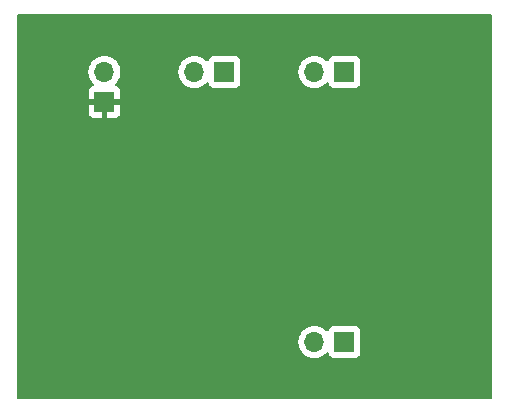
<source format=gbr>
%TF.GenerationSoftware,KiCad,Pcbnew,7.0.7*%
%TF.CreationDate,2023-09-26T16:23:54+08:00*%
%TF.ProjectId,led,6c65642e-6b69-4636-9164-5f7063625858,rev?*%
%TF.SameCoordinates,Original*%
%TF.FileFunction,Copper,L2,Bot*%
%TF.FilePolarity,Positive*%
%FSLAX46Y46*%
G04 Gerber Fmt 4.6, Leading zero omitted, Abs format (unit mm)*
G04 Created by KiCad (PCBNEW 7.0.7) date 2023-09-26 16:23:54*
%MOMM*%
%LPD*%
G01*
G04 APERTURE LIST*
%TA.AperFunction,ComponentPad*%
%ADD10R,1.700000X1.700000*%
%TD*%
%TA.AperFunction,ComponentPad*%
%ADD11O,1.700000X1.700000*%
%TD*%
%TA.AperFunction,ViaPad*%
%ADD12C,0.800000*%
%TD*%
G04 APERTURE END LIST*
D10*
%TO.P,J3,1,Pin_1*%
%TO.N,Net-(D1-A)*%
X53340000Y-30480000D03*
D11*
%TO.P,J3,2,Pin_2*%
%TO.N,Net-(J2-Pin_1)*%
X50800000Y-30480000D03*
%TD*%
D10*
%TO.P,J1,1,Pin_1*%
%TO.N,GND*%
X33020000Y-33020000D03*
D11*
%TO.P,J1,2,Pin_2*%
%TO.N,VBUS*%
X33020000Y-30480000D03*
%TD*%
D10*
%TO.P,J2,1,Pin_1*%
%TO.N,Net-(J2-Pin_1)*%
X43180000Y-30480000D03*
D11*
%TO.P,J2,2,Pin_2*%
%TO.N,VBUS*%
X40640000Y-30480000D03*
%TD*%
D10*
%TO.P,J4,1,Pin_1*%
%TO.N,Net-(J4-Pin_1)*%
X53340000Y-53340000D03*
D11*
%TO.P,J4,2,Pin_2*%
%TO.N,Net-(J4-Pin_2)*%
X50800000Y-53340000D03*
%TD*%
D12*
%TO.N,GND*%
X37147500Y-45085000D03*
X47942500Y-34925000D03*
X50800000Y-34925000D03*
X44767500Y-34925000D03*
X36512500Y-38735000D03*
X37147500Y-42227500D03*
%TD*%
%TA.AperFunction,Conductor*%
%TO.N,GND*%
G36*
X65782539Y-25620185D02*
G01*
X65828294Y-25672989D01*
X65839500Y-25724500D01*
X65839500Y-58095500D01*
X65819815Y-58162539D01*
X65767011Y-58208294D01*
X65715500Y-58219500D01*
X25724500Y-58219500D01*
X25657461Y-58199815D01*
X25611706Y-58147011D01*
X25600500Y-58095500D01*
X25600500Y-53340000D01*
X49444341Y-53340000D01*
X49464936Y-53575403D01*
X49464938Y-53575413D01*
X49526094Y-53803655D01*
X49526096Y-53803659D01*
X49526097Y-53803663D01*
X49610499Y-53984663D01*
X49625965Y-54017830D01*
X49625967Y-54017834D01*
X49734281Y-54172521D01*
X49761505Y-54211401D01*
X49928599Y-54378495D01*
X50025384Y-54446264D01*
X50122165Y-54514032D01*
X50122167Y-54514033D01*
X50122170Y-54514035D01*
X50336337Y-54613903D01*
X50564592Y-54675063D01*
X50741034Y-54690500D01*
X50799999Y-54695659D01*
X50800000Y-54695659D01*
X50800001Y-54695659D01*
X50858966Y-54690500D01*
X51035408Y-54675063D01*
X51263663Y-54613903D01*
X51477830Y-54514035D01*
X51671401Y-54378495D01*
X51793329Y-54256566D01*
X51854648Y-54223084D01*
X51924340Y-54228068D01*
X51980274Y-54269939D01*
X51997189Y-54300917D01*
X52046202Y-54432328D01*
X52046206Y-54432335D01*
X52132452Y-54547544D01*
X52132455Y-54547547D01*
X52247664Y-54633793D01*
X52247671Y-54633797D01*
X52382517Y-54684091D01*
X52382516Y-54684091D01*
X52389444Y-54684835D01*
X52442127Y-54690500D01*
X54237872Y-54690499D01*
X54297483Y-54684091D01*
X54432331Y-54633796D01*
X54547546Y-54547546D01*
X54633796Y-54432331D01*
X54684091Y-54297483D01*
X54690500Y-54237873D01*
X54690499Y-52442128D01*
X54684091Y-52382517D01*
X54682810Y-52379083D01*
X54633797Y-52247671D01*
X54633793Y-52247664D01*
X54547547Y-52132455D01*
X54547544Y-52132452D01*
X54432335Y-52046206D01*
X54432328Y-52046202D01*
X54297482Y-51995908D01*
X54297483Y-51995908D01*
X54237883Y-51989501D01*
X54237881Y-51989500D01*
X54237873Y-51989500D01*
X54237864Y-51989500D01*
X52442129Y-51989500D01*
X52442123Y-51989501D01*
X52382516Y-51995908D01*
X52247671Y-52046202D01*
X52247664Y-52046206D01*
X52132455Y-52132452D01*
X52132452Y-52132455D01*
X52046206Y-52247664D01*
X52046203Y-52247669D01*
X51997189Y-52379083D01*
X51955317Y-52435016D01*
X51889853Y-52459433D01*
X51821580Y-52444581D01*
X51793326Y-52423430D01*
X51671402Y-52301506D01*
X51671395Y-52301501D01*
X51477834Y-52165967D01*
X51477830Y-52165965D01*
X51477828Y-52165964D01*
X51263663Y-52066097D01*
X51263659Y-52066096D01*
X51263655Y-52066094D01*
X51035413Y-52004938D01*
X51035403Y-52004936D01*
X50800001Y-51984341D01*
X50799999Y-51984341D01*
X50564596Y-52004936D01*
X50564586Y-52004938D01*
X50336344Y-52066094D01*
X50336335Y-52066098D01*
X50122171Y-52165964D01*
X50122169Y-52165965D01*
X49928597Y-52301505D01*
X49761505Y-52468597D01*
X49625965Y-52662169D01*
X49625964Y-52662171D01*
X49526098Y-52876335D01*
X49526094Y-52876344D01*
X49464938Y-53104586D01*
X49464936Y-53104596D01*
X49444341Y-53339999D01*
X49444341Y-53340000D01*
X25600500Y-53340000D01*
X25600500Y-30480000D01*
X31664341Y-30480000D01*
X31684936Y-30715403D01*
X31684938Y-30715413D01*
X31746094Y-30943655D01*
X31746096Y-30943659D01*
X31746097Y-30943663D01*
X31830499Y-31124663D01*
X31845965Y-31157830D01*
X31845967Y-31157834D01*
X31954281Y-31312521D01*
X31981501Y-31351396D01*
X31981506Y-31351402D01*
X32103818Y-31473714D01*
X32137303Y-31535037D01*
X32132319Y-31604729D01*
X32090447Y-31660662D01*
X32059471Y-31677577D01*
X31927912Y-31726646D01*
X31927906Y-31726649D01*
X31812812Y-31812809D01*
X31812809Y-31812812D01*
X31726649Y-31927906D01*
X31726645Y-31927913D01*
X31676403Y-32062620D01*
X31676401Y-32062627D01*
X31670000Y-32122155D01*
X31670000Y-32770000D01*
X32406653Y-32770000D01*
X32473692Y-32789685D01*
X32519447Y-32842489D01*
X32529391Y-32911647D01*
X32525631Y-32928933D01*
X32520000Y-32948111D01*
X32520000Y-33091888D01*
X32525631Y-33111067D01*
X32525630Y-33180936D01*
X32487855Y-33239714D01*
X32424299Y-33268738D01*
X32406653Y-33270000D01*
X31670000Y-33270000D01*
X31670000Y-33917844D01*
X31676401Y-33977372D01*
X31676403Y-33977379D01*
X31726645Y-34112086D01*
X31726649Y-34112093D01*
X31812809Y-34227187D01*
X31812812Y-34227190D01*
X31927906Y-34313350D01*
X31927913Y-34313354D01*
X32062620Y-34363596D01*
X32062627Y-34363598D01*
X32122155Y-34369999D01*
X32122172Y-34370000D01*
X32770000Y-34370000D01*
X32770000Y-33632301D01*
X32789685Y-33565262D01*
X32842489Y-33519507D01*
X32911647Y-33509563D01*
X32984237Y-33520000D01*
X32984238Y-33520000D01*
X33055762Y-33520000D01*
X33055763Y-33520000D01*
X33128353Y-33509563D01*
X33197512Y-33519507D01*
X33250315Y-33565262D01*
X33270000Y-33632301D01*
X33270000Y-34370000D01*
X33917828Y-34370000D01*
X33917844Y-34369999D01*
X33977372Y-34363598D01*
X33977379Y-34363596D01*
X34112086Y-34313354D01*
X34112093Y-34313350D01*
X34227187Y-34227190D01*
X34227190Y-34227187D01*
X34313350Y-34112093D01*
X34313354Y-34112086D01*
X34363596Y-33977379D01*
X34363598Y-33977372D01*
X34369999Y-33917844D01*
X34370000Y-33917827D01*
X34370000Y-33270000D01*
X33633347Y-33270000D01*
X33566308Y-33250315D01*
X33520553Y-33197511D01*
X33510609Y-33128353D01*
X33514369Y-33111067D01*
X33520000Y-33091888D01*
X33520000Y-32948111D01*
X33514369Y-32928933D01*
X33514370Y-32859064D01*
X33552145Y-32800286D01*
X33615701Y-32771262D01*
X33633347Y-32770000D01*
X34370000Y-32770000D01*
X34370000Y-32122172D01*
X34369999Y-32122155D01*
X34363598Y-32062627D01*
X34363596Y-32062620D01*
X34313354Y-31927913D01*
X34313350Y-31927906D01*
X34227190Y-31812812D01*
X34227187Y-31812809D01*
X34112093Y-31726649D01*
X34112088Y-31726646D01*
X33980528Y-31677577D01*
X33924595Y-31635705D01*
X33900178Y-31570241D01*
X33915030Y-31501968D01*
X33936175Y-31473720D01*
X34058495Y-31351401D01*
X34194035Y-31157830D01*
X34293903Y-30943663D01*
X34355063Y-30715408D01*
X34375659Y-30480000D01*
X39284341Y-30480000D01*
X39304936Y-30715403D01*
X39304938Y-30715413D01*
X39366094Y-30943655D01*
X39366096Y-30943659D01*
X39366097Y-30943663D01*
X39450499Y-31124663D01*
X39465965Y-31157830D01*
X39465967Y-31157834D01*
X39574281Y-31312521D01*
X39601505Y-31351401D01*
X39768599Y-31518495D01*
X39865384Y-31586265D01*
X39962165Y-31654032D01*
X39962167Y-31654033D01*
X39962170Y-31654035D01*
X40176337Y-31753903D01*
X40404592Y-31815063D01*
X40581034Y-31830500D01*
X40639999Y-31835659D01*
X40640000Y-31835659D01*
X40640001Y-31835659D01*
X40698966Y-31830500D01*
X40875408Y-31815063D01*
X41103663Y-31753903D01*
X41317830Y-31654035D01*
X41511401Y-31518495D01*
X41633329Y-31396566D01*
X41694648Y-31363084D01*
X41764340Y-31368068D01*
X41820274Y-31409939D01*
X41837189Y-31440917D01*
X41886202Y-31572328D01*
X41886206Y-31572335D01*
X41972452Y-31687544D01*
X41972455Y-31687547D01*
X42087664Y-31773793D01*
X42087671Y-31773797D01*
X42222517Y-31824091D01*
X42222516Y-31824091D01*
X42229444Y-31824835D01*
X42282127Y-31830500D01*
X44077872Y-31830499D01*
X44137483Y-31824091D01*
X44272331Y-31773796D01*
X44387546Y-31687546D01*
X44473796Y-31572331D01*
X44524091Y-31437483D01*
X44530500Y-31377873D01*
X44530499Y-30480000D01*
X49444341Y-30480000D01*
X49464936Y-30715403D01*
X49464938Y-30715413D01*
X49526094Y-30943655D01*
X49526096Y-30943659D01*
X49526097Y-30943663D01*
X49610499Y-31124663D01*
X49625965Y-31157830D01*
X49625967Y-31157834D01*
X49734281Y-31312521D01*
X49761505Y-31351401D01*
X49928599Y-31518495D01*
X50025384Y-31586265D01*
X50122165Y-31654032D01*
X50122167Y-31654033D01*
X50122170Y-31654035D01*
X50336337Y-31753903D01*
X50564592Y-31815063D01*
X50741034Y-31830500D01*
X50799999Y-31835659D01*
X50800000Y-31835659D01*
X50800001Y-31835659D01*
X50858966Y-31830500D01*
X51035408Y-31815063D01*
X51263663Y-31753903D01*
X51477830Y-31654035D01*
X51671401Y-31518495D01*
X51793329Y-31396566D01*
X51854648Y-31363084D01*
X51924340Y-31368068D01*
X51980274Y-31409939D01*
X51997189Y-31440917D01*
X52046202Y-31572328D01*
X52046206Y-31572335D01*
X52132452Y-31687544D01*
X52132455Y-31687547D01*
X52247664Y-31773793D01*
X52247671Y-31773797D01*
X52382517Y-31824091D01*
X52382516Y-31824091D01*
X52389444Y-31824835D01*
X52442127Y-31830500D01*
X54237872Y-31830499D01*
X54297483Y-31824091D01*
X54432331Y-31773796D01*
X54547546Y-31687546D01*
X54633796Y-31572331D01*
X54684091Y-31437483D01*
X54690500Y-31377873D01*
X54690499Y-29582128D01*
X54684091Y-29522517D01*
X54682810Y-29519083D01*
X54633797Y-29387671D01*
X54633793Y-29387664D01*
X54547547Y-29272455D01*
X54547544Y-29272452D01*
X54432335Y-29186206D01*
X54432328Y-29186202D01*
X54297482Y-29135908D01*
X54297483Y-29135908D01*
X54237883Y-29129501D01*
X54237881Y-29129500D01*
X54237873Y-29129500D01*
X54237864Y-29129500D01*
X52442129Y-29129500D01*
X52442123Y-29129501D01*
X52382516Y-29135908D01*
X52247671Y-29186202D01*
X52247664Y-29186206D01*
X52132455Y-29272452D01*
X52132452Y-29272455D01*
X52046206Y-29387664D01*
X52046203Y-29387669D01*
X51997189Y-29519083D01*
X51955317Y-29575016D01*
X51889853Y-29599433D01*
X51821580Y-29584581D01*
X51793326Y-29563430D01*
X51671402Y-29441506D01*
X51671395Y-29441501D01*
X51477834Y-29305967D01*
X51477830Y-29305965D01*
X51477828Y-29305964D01*
X51263663Y-29206097D01*
X51263659Y-29206096D01*
X51263655Y-29206094D01*
X51035413Y-29144938D01*
X51035403Y-29144936D01*
X50800001Y-29124341D01*
X50799999Y-29124341D01*
X50564596Y-29144936D01*
X50564586Y-29144938D01*
X50336344Y-29206094D01*
X50336335Y-29206098D01*
X50122171Y-29305964D01*
X50122169Y-29305965D01*
X49928597Y-29441505D01*
X49761505Y-29608597D01*
X49625965Y-29802169D01*
X49625964Y-29802171D01*
X49526098Y-30016335D01*
X49526094Y-30016344D01*
X49464938Y-30244586D01*
X49464936Y-30244596D01*
X49444341Y-30479999D01*
X49444341Y-30480000D01*
X44530499Y-30480000D01*
X44530499Y-29582128D01*
X44524091Y-29522517D01*
X44522810Y-29519083D01*
X44473797Y-29387671D01*
X44473793Y-29387664D01*
X44387547Y-29272455D01*
X44387544Y-29272452D01*
X44272335Y-29186206D01*
X44272328Y-29186202D01*
X44137482Y-29135908D01*
X44137483Y-29135908D01*
X44077883Y-29129501D01*
X44077881Y-29129500D01*
X44077873Y-29129500D01*
X44077864Y-29129500D01*
X42282129Y-29129500D01*
X42282123Y-29129501D01*
X42222516Y-29135908D01*
X42087671Y-29186202D01*
X42087664Y-29186206D01*
X41972455Y-29272452D01*
X41972452Y-29272455D01*
X41886206Y-29387664D01*
X41886203Y-29387669D01*
X41837189Y-29519083D01*
X41795317Y-29575016D01*
X41729853Y-29599433D01*
X41661580Y-29584581D01*
X41633326Y-29563430D01*
X41511402Y-29441506D01*
X41511395Y-29441501D01*
X41317834Y-29305967D01*
X41317830Y-29305965D01*
X41317830Y-29305964D01*
X41103663Y-29206097D01*
X41103659Y-29206096D01*
X41103655Y-29206094D01*
X40875413Y-29144938D01*
X40875403Y-29144936D01*
X40640001Y-29124341D01*
X40639999Y-29124341D01*
X40404596Y-29144936D01*
X40404586Y-29144938D01*
X40176344Y-29206094D01*
X40176335Y-29206098D01*
X39962171Y-29305964D01*
X39962169Y-29305965D01*
X39768597Y-29441505D01*
X39601505Y-29608597D01*
X39465965Y-29802169D01*
X39465964Y-29802171D01*
X39366098Y-30016335D01*
X39366094Y-30016344D01*
X39304938Y-30244586D01*
X39304936Y-30244596D01*
X39284341Y-30479999D01*
X39284341Y-30480000D01*
X34375659Y-30480000D01*
X34355063Y-30244592D01*
X34293903Y-30016337D01*
X34194035Y-29802171D01*
X34058495Y-29608599D01*
X34058494Y-29608597D01*
X33891402Y-29441506D01*
X33891395Y-29441501D01*
X33697834Y-29305967D01*
X33697830Y-29305965D01*
X33697830Y-29305964D01*
X33483663Y-29206097D01*
X33483659Y-29206096D01*
X33483655Y-29206094D01*
X33255413Y-29144938D01*
X33255403Y-29144936D01*
X33020001Y-29124341D01*
X33019999Y-29124341D01*
X32784596Y-29144936D01*
X32784586Y-29144938D01*
X32556344Y-29206094D01*
X32556335Y-29206098D01*
X32342171Y-29305964D01*
X32342169Y-29305965D01*
X32148597Y-29441505D01*
X31981505Y-29608597D01*
X31845965Y-29802169D01*
X31845964Y-29802171D01*
X31746098Y-30016335D01*
X31746094Y-30016344D01*
X31684938Y-30244586D01*
X31684936Y-30244596D01*
X31664341Y-30479999D01*
X31664341Y-30480000D01*
X25600500Y-30480000D01*
X25600500Y-25724500D01*
X25620185Y-25657461D01*
X25672989Y-25611706D01*
X25724500Y-25600500D01*
X65715500Y-25600500D01*
X65782539Y-25620185D01*
G37*
%TD.AperFunction*%
%TD*%
M02*

</source>
